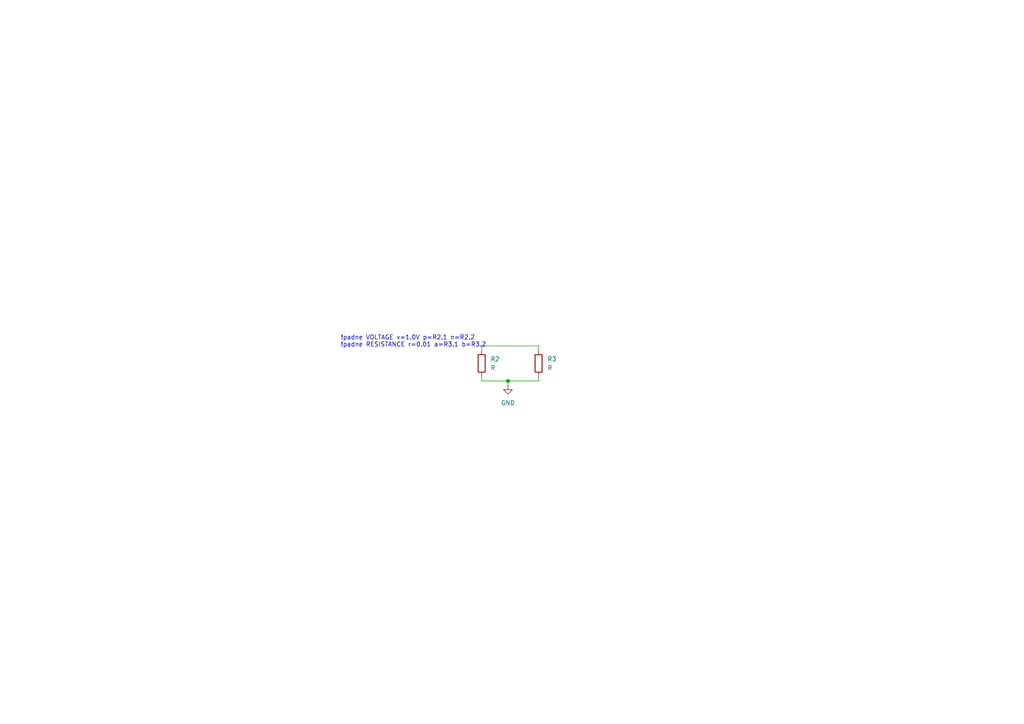
<source format=kicad_sch>
(kicad_sch (version 20231120) (generator "eeschema") (generator_version "8.0")
  (paper "A4")
  (lib_symbols
    (symbol "Device:R" (pin_numbers hide) (pin_names (offset 0))
      (property "Reference" "R" (at 2.032 0 90))
      (property "Value" "R" (at 0 0 90))
      (symbol "R_0_1"
        (rectangle (start -1.016 -2.54) (end 1.016 2.54) (stroke (width 0.254)))
      )
      (symbol "R_1_1"
        (pin passive line (at 0 3.81 270) (length 1.27) (name "~") (number "1"))
        (pin passive line (at 0 -3.81 90) (length 1.27) (name "~") (number "2"))
      )
    )
    (symbol "power:GND" (power) (pin_numbers hide) (pin_names (offset 0) hide)
      (property "Value" "GND" (at 0 -3.81 0))
      (symbol "GND_0_1"
        (polyline (pts (xy 0 0) (xy 0 -1.27) (xy 1.27 -1.27) (xy 0 -2.54) (xy -1.27 -1.27) (xy 0 -1.27)))
      )
      (symbol "GND_1_1"
        (pin power_in line (at 0 0 270) (length 0) (name "~") (number "1"))
      )
    )
  )
  (junction (at 147.32 110.49))
  (wire (pts (xy 156.21 100.33) (xy 156.21 101.6)))
  (wire (pts (xy 139.7 110.49) (xy 147.32 110.49)))
  (wire (pts (xy 139.7 110.49) (xy 139.7 109.22)))
  (wire (pts (xy 156.21 110.49) (xy 156.21 109.22)))
  (wire (pts (xy 147.32 110.49) (xy 147.32 111.76)))
  (wire (pts (xy 139.7 100.33) (xy 156.21 100.33)))
  (wire (pts (xy 147.32 110.49) (xy 156.21 110.49)))
  (wire (pts (xy 139.7 101.6) (xy 139.7 100.33)))
  (text "!padne VOLTAGE v=1.0V p=R2.1 n=R2.2\n!padne RESISTANCE r=0.01 a=R3.1 b=R3.2" (at 98.806 99.06 0) (effects (font (size 1.27 1.27)) (justify left)))
  (symbol (lib_id "Device:R") (at 139.7 105.41 0) (unit 1)
    (property "Reference" "R2" (at 142.24 104.1399 0) (effects (justify left)))
    (property "Value" "R" (at 142.24 106.6799 0) (effects (justify left)))
    (property "Footprint" "Resistor_SMD:R_0603_1608Metric" (effects (hide yes)))
    (property "Description" "Resistor" (effects (hide yes)))
  )
  (symbol (lib_id "Device:R") (at 156.21 105.41 0) (unit 1)
    (property "Reference" "R3" (at 158.75 104.1399 0) (effects (justify left)))
    (property "Value" "R" (at 158.75 106.6799 0) (effects (justify left)))
    (property "Footprint" "Resistor_SMD:R_0603_1608Metric" (effects (hide yes)))
    (property "Description" "Resistor" (effects (hide yes)))
  )
  (symbol (lib_id "power:GND") (at 147.32 111.76 0) (unit 1)
    (property "Reference" "#PWR01" (effects (hide yes)))
    (property "Value" "GND" (at 147.32 116.84 0))
    (property "Description" "Power symbol creates a global label with name \"GND\" , ground" (effects (hide yes)))
  )
)
</source>
